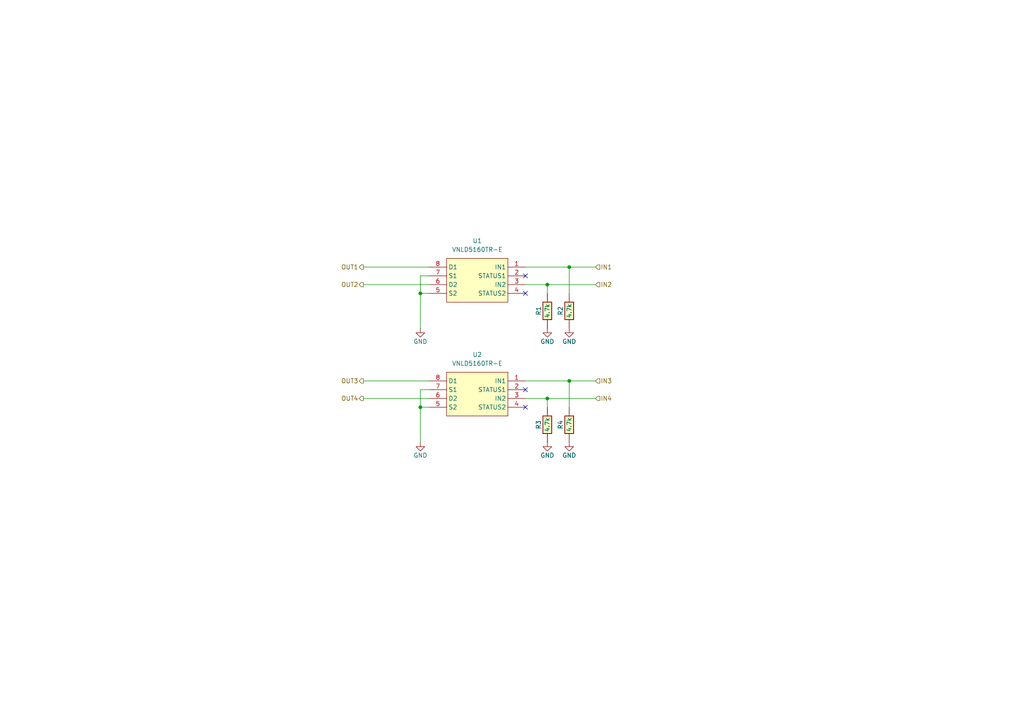
<source format=kicad_sch>
(kicad_sch (version 20231120) (generator "eeschema") (generator_version "8.0")
  (paper "A4")
  (lib_symbols
    (symbol "chips:VNLD5160"
      (property "Reference" "U" (at 6.35 3.81 0))
      (property "Value" "VNLD5160TR-E" (at 12.7 -11.43 0))
      (symbol "VNLD5160_1_1"
        (rectangle (start 5.08 2.54) (end 22.86 -10.16) (fill (type background)))
        (pin input line (at 0 0 0) (length 5.08) (name "IN1") (number "1"))
        (pin open_collector line (at 0 -2.54 0) (length 5.08) (name "STATUS1") (number "2"))
        (pin input line (at 0 -5.08 0) (length 5.08) (name "IN2") (number "3"))
        (pin open_collector line (at 0 -7.62 0) (length 5.08) (name "STATUS2") (number "4"))
        (pin power_in line (at 27.94 -7.62 180) (length 5.08) (name "S2") (number "5"))
        (pin power_out line (at 27.94 -5.08 180) (length 5.08) (name "D2") (number "6"))
        (pin power_in line (at 27.94 -2.54 180) (length 5.08) (name "S1") (number "7"))
        (pin power_out line (at 27.94 0 180) (length 5.08) (name "D1") (number "8"))
      )
    )
    (symbol "hellen-one-common:Res" (pin_numbers hide)
      (property "Reference" "R" (at 3.81 2.54 0))
      (property "Value" "Res" (at 5.08 -2.54 0))
      (symbol "Res_1_0"
        (rectangle (start 2.54 -1.27) (end 7.62 1.27) (stroke (width 0.254)) (fill (type background)))
        (pin passive line (at 0 0 0) (length 2.54) (name "") (number "1"))
        (pin passive line (at 10.16 0 180) (length 2.54) (name "") (number "2"))
      )
    )
    (symbol "power:GND" (power) (pin_numbers hide) (pin_names (offset 0) hide)
      (property "Value" "GND" (at 0 -3.81 0))
      (symbol "GND_0_1"
        (polyline (pts (xy 0 0) (xy 0 -1.27) (xy 1.27 -1.27) (xy 0 -2.54) (xy -1.27 -1.27) (xy 0 -1.27)))
      )
      (symbol "GND_1_1"
        (pin power_in line (at 0 0 270) (length 0) (name "~") (number "1"))
      )
    )
  )
  (junction (at 158.75 82.55))
  (junction (at 121.92 85.09))
  (junction (at 158.75 115.57))
  (junction (at 165.1 110.49))
  (junction (at 165.1 77.47))
  (junction (at 121.92 118.11))
  (no_connect (at 152.4 80.01))
  (no_connect (at 152.4 85.09))
  (no_connect (at 152.4 118.11))
  (no_connect (at 152.4 113.03))
  (wire (pts (xy 121.92 80.01) (xy 121.92 85.09)))
  (wire (pts (xy 165.1 110.49) (xy 172.72 110.49)))
  (wire (pts (xy 165.1 110.49) (xy 165.1 118.11)))
  (wire (pts (xy 165.1 77.47) (xy 172.72 77.47)))
  (wire (pts (xy 121.92 85.09) (xy 124.46 85.09)))
  (wire (pts (xy 165.1 77.47) (xy 165.1 85.09)))
  (wire (pts (xy 121.92 113.03) (xy 121.92 118.11)))
  (wire (pts (xy 152.4 110.49) (xy 165.1 110.49)))
  (wire (pts (xy 121.92 85.09) (xy 121.92 95.25)))
  (wire (pts (xy 105.41 82.55) (xy 124.46 82.55)))
  (wire (pts (xy 158.75 82.55) (xy 158.75 85.09)))
  (wire (pts (xy 158.75 115.57) (xy 158.75 118.11)))
  (wire (pts (xy 158.75 115.57) (xy 172.72 115.57)))
  (wire (pts (xy 105.41 110.49) (xy 124.46 110.49)))
  (wire (pts (xy 121.92 118.11) (xy 121.92 128.27)))
  (wire (pts (xy 105.41 77.47) (xy 124.46 77.47)))
  (wire (pts (xy 158.75 82.55) (xy 172.72 82.55)))
  (wire (pts (xy 152.4 77.47) (xy 165.1 77.47)))
  (wire (pts (xy 152.4 82.55) (xy 158.75 82.55)))
  (wire (pts (xy 121.92 113.03) (xy 124.46 113.03)))
  (wire (pts (xy 105.41 115.57) (xy 124.46 115.57)))
  (wire (pts (xy 121.92 118.11) (xy 124.46 118.11)))
  (wire (pts (xy 152.4 115.57) (xy 158.75 115.57)))
  (wire (pts (xy 121.92 80.01) (xy 124.46 80.01)))
  (hierarchical_label "OUT3" (shape output) (at 105.41 110.49 180))
  (hierarchical_label "OUT2" (shape output) (at 105.41 82.55 180))
  (hierarchical_label "IN1" (shape input) (at 172.72 77.47 0))
  (hierarchical_label "OUT4" (shape output) (at 105.41 115.57 180))
  (hierarchical_label "OUT1" (shape output) (at 105.41 77.47 180))
  (hierarchical_label "IN4" (shape input) (at 172.72 115.57 0))
  (hierarchical_label "IN3" (shape input) (at 172.72 110.49 0))
  (hierarchical_label "IN2" (shape input) (at 172.72 82.55 0))
  (symbol (lib_id "power:GND") (at 165.1 95.25 0) (mirror y) (unit 1)
    (property "Reference" "#PWR5" (effects (hide yes)))
    (property "Value" "GND" (at 165.1 99.06 0))
    (property "Description" "Power symbol creates a global label with name \"GND\" , ground" (effects (hide yes)))
  )
  (symbol (lib_id "hellen-one-common:Res") (at 165.1 95.25 90) (unit 1)
    (property "Reference" "R2" (at 162.56 90.17 0))
    (property "Value" "4.7k" (at 165.1 90.17 0))
    (property "Footprint" "hellen-one-common:R0603" (effects (hide yes)))
    (property "LCSC" "C23162" (effects (hide yes)))
  )
  (symbol (lib_id "chips:VNLD5160") (at 152.4 110.49 0) (mirror y) (unit 1)
    (property "Reference" "U2" (at 138.43 102.87 0))
    (property "Value" "VNLD5160TR-E" (at 138.43 105.41 0))
    (property "Footprint" "Package_SO:SOIC-8_3.9x4.9mm_P1.27mm" (effects (hide yes)))
    (property "LCSC" "C377942" (effects (hide yes)))
  )
  (symbol (lib_id "hellen-one-common:Res") (at 158.75 95.25 90) (unit 1)
    (property "Reference" "R1" (at 156.21 90.17 0))
    (property "Value" "4.7k" (at 158.75 90.17 0))
    (property "Footprint" "hellen-one-common:R0603" (effects (hide yes)))
    (property "LCSC" "C23162" (effects (hide yes)))
  )
  (symbol (lib_id "power:GND") (at 158.75 128.27 0) (mirror y) (unit 1)
    (property "Reference" "#PWR2" (effects (hide yes)))
    (property "Value" "GND" (at 158.75 132.08 0))
    (property "Description" "Power symbol creates a global label with name \"GND\" , ground" (effects (hide yes)))
  )
  (symbol (lib_id "power:GND") (at 158.75 95.25 0) (mirror y) (unit 1)
    (property "Reference" "#PWR4" (effects (hide yes)))
    (property "Value" "GND" (at 158.75 99.06 0))
    (property "Description" "Power symbol creates a global label with name \"GND\" , ground" (effects (hide yes)))
  )
  (symbol (lib_id "hellen-one-common:Res") (at 165.1 128.27 90) (unit 1)
    (property "Reference" "R4" (at 162.56 123.19 0))
    (property "Value" "4.7k" (at 165.1 123.19 0))
    (property "Footprint" "hellen-one-common:R0603" (effects (hide yes)))
    (property "LCSC" "C23162" (effects (hide yes)))
  )
  (symbol (lib_id "hellen-one-common:Res") (at 158.75 128.27 90) (unit 1)
    (property "Reference" "R3" (at 156.21 123.19 0))
    (property "Value" "4.7k" (at 158.75 123.19 0))
    (property "Footprint" "hellen-one-common:R0603" (effects (hide yes)))
    (property "LCSC" "C23162" (effects (hide yes)))
  )
  (symbol (lib_id "power:GND") (at 121.92 95.25 0) (mirror y) (unit 1)
    (property "Reference" "#PWR3" (effects (hide yes)))
    (property "Value" "GND" (at 121.92 99.06 0))
    (property "Description" "Power symbol creates a global label with name \"GND\" , ground" (effects (hide yes)))
  )
  (symbol (lib_id "power:GND") (at 165.1 128.27 0) (mirror y) (unit 1)
    (property "Reference" "#PWR6" (effects (hide yes)))
    (property "Value" "GND" (at 165.1 132.08 0))
    (property "Description" "Power symbol creates a global label with name \"GND\" , ground" (effects (hide yes)))
  )
  (symbol (lib_id "chips:VNLD5160") (at 152.4 77.47 0) (mirror y) (unit 1)
    (property "Reference" "U1" (at 138.43 69.85 0))
    (property "Value" "VNLD5160TR-E" (at 138.43 72.39 0))
    (property "Footprint" "Package_SO:SOIC-8_3.9x4.9mm_P1.27mm" (effects (hide yes)))
    (property "LCSC" "C377942" (effects (hide yes)))
  )
  (symbol (lib_id "power:GND") (at 121.92 128.27 0) (mirror y) (unit 1)
    (property "Reference" "#PWR1" (effects (hide yes)))
    (property "Value" "GND" (at 121.92 132.08 0))
    (property "Description" "Power symbol creates a global label with name \"GND\" , ground" (effects (hide yes)))
  )
)
</source>
